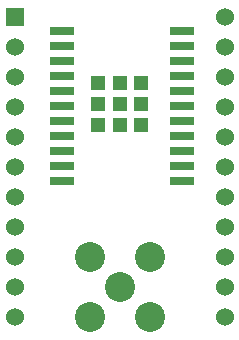
<source format=gts>
G04 (created by PCBNEW (2013-07-07 BZR 4022)-stable) date 3/7/2014 3:43:31 AM*
%MOIN*%
G04 Gerber Fmt 3.4, Leading zero omitted, Abs format*
%FSLAX34Y34*%
G01*
G70*
G90*
G04 APERTURE LIST*
%ADD10C,0.00590551*%
%ADD11C,0.06*%
%ADD12R,0.06X0.06*%
%ADD13R,0.0787402X0.0314961*%
%ADD14R,0.0472441X0.0472441*%
%ADD15C,0.1*%
G04 APERTURE END LIST*
G54D10*
G54D11*
X8000Y-1000D03*
X8000Y-2000D03*
X8000Y-3000D03*
X8000Y-4000D03*
X8000Y-5000D03*
X8000Y-6000D03*
X8000Y-7000D03*
X8000Y-8000D03*
X8000Y-9000D03*
X8000Y-10000D03*
X8000Y-11000D03*
G54D12*
X1000Y-1000D03*
G54D11*
X1000Y-2000D03*
X1000Y-3000D03*
X1000Y-4000D03*
X1000Y-5000D03*
X1000Y-6000D03*
X1000Y-7000D03*
X1000Y-8000D03*
X1000Y-9000D03*
X1000Y-10000D03*
X1000Y-11000D03*
G54D13*
X2570Y-1478D03*
X2570Y-1978D03*
X2570Y-2478D03*
X2570Y-2978D03*
X2570Y-3478D03*
X2570Y-3978D03*
X2570Y-4478D03*
X2570Y-4978D03*
X2570Y-5478D03*
X2570Y-5978D03*
X2570Y-6478D03*
X6586Y-6478D03*
X6586Y-5978D03*
X6586Y-5478D03*
X6586Y-4978D03*
X6586Y-4478D03*
X6586Y-3978D03*
X6586Y-3478D03*
X6586Y-2978D03*
X6586Y-2478D03*
X6586Y-1978D03*
X6586Y-1478D03*
G54D14*
X3791Y-3191D03*
X3791Y-3900D03*
X3791Y-4608D03*
X4500Y-3191D03*
X4500Y-3900D03*
X4500Y-4608D03*
X5208Y-3191D03*
X5208Y-3900D03*
X5208Y-4608D03*
G54D15*
X4500Y-10000D03*
X3500Y-9000D03*
X5500Y-9000D03*
X5500Y-11000D03*
X3500Y-11000D03*
M02*

</source>
